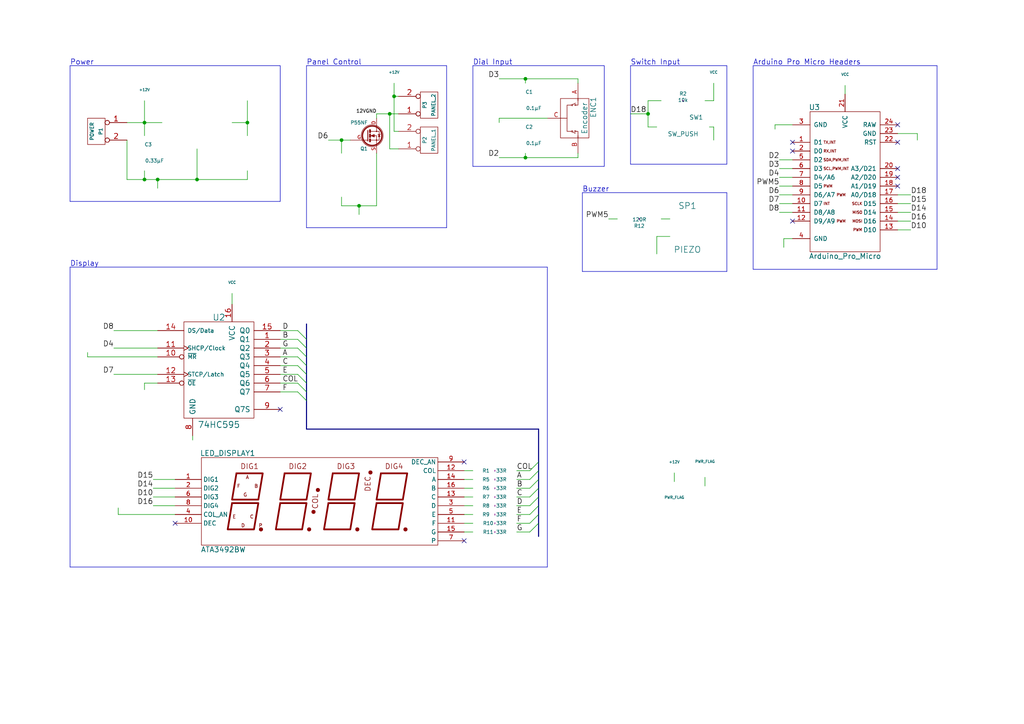
<source format=kicad_sch>
(kicad_sch (version 20230121) (generator eeschema)
  (paper "A4")
  (title_block (title "UV Exposure Box - Controller Board") (date "20 December 2014") (rev "1.1"))
  (lib_symbols
    (symbol "borniers:CONN_2" (pin_names (offset 1.016) hide)
      (property "Reference" "P" (at -1.27 0 90))
      (property "Value" "CONN_2" (at 1.27 0 90))
      (symbol "CONN_2_0_1"
        (rectangle (start -2.54 3.81) (end 2.54 -3.81))
      )
      (symbol "CONN_2_1_1"
        (pin passive inverted (at -8.89 2.54 0) (length 6.35) (name "P1") (number "1"))
        (pin passive inverted (at -8.89 -2.54 0) (length 6.35) (name "P2") (number "2"))
      )
    )
    (symbol "cylindric:74HC595" (pin_names (offset 1.016))
      (property "Reference" "U" (at -8.89 15.24 0))
      (property "Value" "74HC595" (at 0 -15.24 0))
      (property "Datasheet" "74xx/74HC595.pdf" (at 0 0 0))
      (symbol "74HC595_0_1"
        (rectangle (start -10.16 -13.97) (end 10.16 13.97))
      )
      (symbol "74HC595_1_1"
        (pin tri_state line (at 17.78 8.89 180) (length 7.62) (name "Q1") (number "1"))
        (pin input inverted (at -17.78 3.81 0) (length 7.62) (name "~{MR}") (number "10"))
        (pin input clock (at -17.78 6.35 0) (length 7.62) (name "SHCP/Clock") (number "11"))
        (pin input clock (at -17.78 -1.27 0) (length 7.62) (name "STCP/Latch") (number "12"))
        (pin input inverted (at -17.78 -3.81 0) (length 7.62) (name "~{OE}") (number "13"))
        (pin input line (at -17.78 11.43 0) (length 7.62) (name "DS/Data") (number "14"))
        (pin tri_state line (at 17.78 11.43 180) (length 7.62) (name "Q0") (number "15"))
        (pin power_in line (at 3.81 19.05 270) (length 5.0038) (name "VCC") (number "16"))
        (pin tri_state line (at 17.78 6.35 180) (length 7.62) (name "Q2") (number "2"))
        (pin tri_state line (at 17.78 3.81 180) (length 7.62) (name "Q3") (number "3"))
        (pin tri_state line (at 17.78 1.27 180) (length 7.62) (name "Q4") (number "4"))
        (pin tri_state line (at 17.78 -1.27 180) (length 7.62) (name "Q5") (number "5"))
        (pin tri_state line (at 17.78 -3.81 180) (length 7.62) (name "Q6") (number "6"))
        (pin tri_state line (at 17.78 -6.35 180) (length 7.62) (name "Q7") (number "7"))
        (pin power_in line (at -7.62 -19.05 90) (length 5.0038) (name "GND") (number "8"))
        (pin output line (at 17.78 -11.43 180) (length 7.62) (name "Q7S") (number "9"))
      )
    )
    (symbol "cylindric:ATA3492BW"
      (property "Reference" "LED" (at -30.48 13.97 0))
      (property "Value" "ATA3492BW" (at -26.67 -13.97 0))
      (symbol "ATA3492BW_0_0"
        (text "A" (at -19.685 6.985 0) (effects (font (size 0.9906 0.9906))))
        (text "B" (at -17.145 4.445 0) (effects (font (size 0.9906 0.9906))))
        (text "C" (at -18.415 -4.445 0) (effects (font (size 0.9906 0.9906))))
        (text "COL" (at 0 0 900) (effects (font (size 1.524 1.524))))
        (text "D" (at -20.955 -6.985 0) (effects (font (size 0.9906 0.9906))))
        (text "DEC" (at 15.24 5.08 900) (effects (font (size 1.524 1.524))))
        (text "DIG1" (at -19.05 10.16 0) (effects (font (size 1.524 1.524))))
        (text "DIG2" (at -5.08 10.16 0) (effects (font (size 1.524 1.524))))
        (text "DIG3" (at 8.89 10.16 0) (effects (font (size 1.524 1.524))))
        (text "DIG4" (at 22.86 10.16 0) (effects (font (size 1.524 1.524))))
        (text "E" (at -23.495 -4.445 0) (effects (font (size 0.9906 0.9906))))
        (text "F" (at -22.225 4.445 0) (effects (font (size 0.9906 0.9906))))
        (text "G" (at -20.32 1.905 0) (effects (font (size 0.9906 0.9906))))
        (text "P" (at -15.875 -6.985 0) (effects (font (size 0.9906 0.9906))))
      )
      (symbol "ATA3492BW_0_1"
        (rectangle (start -33.02 12.7) (end 35.56 -12.7))
        (circle (center -15.748 -8.128) (radius 0.508) (fill (type outline)))
        (circle (center -1.778 -8.128) (radius 0.508) (fill (type outline)))
        (circle (center -0.508 -3.048) (radius 0.508) (fill (type outline)))
        (polyline (pts (xy -24.13 -0.508) (xy -16.51 -0.508) (xy -17.78 -8.128) (xy -25.4 -8.128) (xy -24.13 -0.508) (xy -24.13 -0.508)) (stroke (width 0.508)))
        (polyline (pts (xy -22.86 8.128) (xy -15.24 8.128) (xy -16.51 0.508) (xy -24.13 0.508) (xy -22.86 8.128) (xy -22.86 8.128)) (stroke (width 0.508)))
        (polyline (pts (xy -10.16 -0.508) (xy -2.54 -0.508) (xy -3.81 -8.128) (xy -11.43 -8.128) (xy -10.16 -0.508) (xy -10.16 -0.508)) (stroke (width 0.508)))
        (polyline (pts (xy -8.89 8.128) (xy -1.27 8.128) (xy -2.54 0.508) (xy -10.16 0.508) (xy -8.89 8.128) (xy -8.89 8.128)) (stroke (width 0.508)))
        (polyline (pts (xy 3.81 -0.508) (xy 11.43 -0.508) (xy 10.16 -8.128) (xy 2.54 -8.128) (xy 3.81 -0.508) (xy 3.81 -0.508)) (stroke (width 0.508)))
        (polyline (pts (xy 5.08 8.128) (xy 12.7 8.128) (xy 11.43 0.508) (xy 3.81 0.508) (xy 5.08 8.128) (xy 5.08 8.128)) (stroke (width 0.508)))
        (polyline (pts (xy 17.78 -0.508) (xy 25.4 -0.508) (xy 24.13 -8.128) (xy 16.51 -8.128) (xy 17.78 -0.508) (xy 17.78 -0.508)) (stroke (width 0.508)))
        (polyline (pts (xy 19.05 8.128) (xy 26.67 8.128) (xy 25.4 0.508) (xy 17.78 0.508) (xy 19.05 8.128) (xy 19.05 8.128)) (stroke (width 0.508)))
        (circle (center 0.762 3.302) (radius 0.508) (fill (type outline)))
        (circle (center 12.192 -8.128) (radius 0.508) (fill (type outline)))
        (circle (center 16.002 8.382) (radius 0.508) (fill (type outline)))
        (circle (center 26.162 -8.128) (radius 0.508) (fill (type outline)))
      )
      (symbol "ATA3492BW_1_1"
        (pin input line (at -40.64 6.35 0) (length 7.62) (name "DIG1") (number "1"))
        (pin input line (at -40.64 -6.35 0) (length 7.62) (name "DEC") (number "10"))
        (pin input line (at 43.18 -6.35 180) (length 7.62) (name "F") (number "11"))
        (pin input line (at 43.18 8.89 180) (length 7.62) (name "COL") (number "12"))
        (pin input line (at 43.18 1.27 180) (length 7.62) (name "C") (number "13"))
        (pin input line (at 43.18 6.35 180) (length 7.62) (name "A") (number "14"))
        (pin input line (at 43.18 -8.89 180) (length 7.62) (name "G") (number "15"))
        (pin input line (at 43.18 3.81 180) (length 7.62) (name "B") (number "16"))
        (pin input line (at -40.64 3.81 0) (length 7.62) (name "DIG2") (number "2"))
        (pin input line (at 43.18 -1.27 180) (length 7.62) (name "D") (number "3"))
        (pin input line (at -40.64 -3.81 0) (length 7.62) (name "COL_AN") (number "4"))
        (pin input line (at 43.18 -3.81 180) (length 7.62) (name "E") (number "5"))
        (pin input line (at -40.64 1.27 0) (length 7.62) (name "DIG3") (number "6"))
        (pin input line (at 43.18 -11.43 180) (length 7.62) (name "P") (number "7"))
        (pin input line (at -40.64 -1.27 0) (length 7.62) (name "DIG4") (number "8"))
        (pin input line (at 43.18 11.43 180) (length 7.62) (name "DEC_AN") (number "9"))
      )
    )
    (symbol "cylindric:Arduino_Pro_Micro" (pin_names (offset 1.016))
      (property "Reference" "U" (at -8.89 21.59 0))
      (property "Value" "Arduino_Pro_Micro" (at 0 -21.59 0))
      (symbol "Arduino_Pro_Micro_0_0"
        (text "INT" (at -6.35 -6.35 0) (effects (font (size 0.7874 0.7874)) (justify left)))
        (text "MISO" (at 5.08 -8.89 0) (effects (font (size 0.7874 0.7874)) (justify right)))
        (text "MOSI" (at 5.08 -11.43 0) (effects (font (size 0.7874 0.7874)) (justify right)))
        (text "PWM" (at -6.35 -1.27 0) (effects (font (size 0.7874 0.7874)) (justify left)))
        (text "PWM" (at -2.54 -11.43 0) (effects (font (size 0.7874 0.7874)) (justify left)))
        (text "PWM" (at -2.54 -3.81 0) (effects (font (size 0.7874 0.7874)) (justify left)))
        (text "PWM" (at 5.0292 -13.9192 0) (effects (font (size 0.7874 0.7874)) (justify right)))
        (text "RX,INT" (at -6.35 8.89 0) (effects (font (size 0.7874 0.7874)) (justify left)))
        (text "SCL,PWM,INT" (at -6.35 3.81 0) (effects (font (size 0.7874 0.7874)) (justify left)))
        (text "SCLK" (at 5.08 -6.35 0) (effects (font (size 0.7874 0.7874)) (justify right)))
        (text "SDA,PWM,INT" (at -6.35 6.35 0) (effects (font (size 0.7874 0.7874)) (justify left)))
        (text "TX,INT" (at -6.35 11.43 0) (effects (font (size 0.7874 0.7874)) (justify left)))
      )
      (symbol "Arduino_Pro_Micro_0_1"
        (rectangle (start -10.16 20.32) (end 10.16 -20.32))
      )
      (symbol "Arduino_Pro_Micro_1_1"
        (pin bidirectional line (at -15.24 11.43 0) (length 5.08) (name "D1") (number "1"))
        (pin bidirectional line (at -15.24 -6.35 0) (length 5.08) (name "D7") (number "10"))
        (pin bidirectional line (at -15.24 -8.89 0) (length 5.08) (name "D8/A8") (number "11"))
        (pin bidirectional line (at -15.24 -11.43 0) (length 5.08) (name "D9/A9") (number "12"))
        (pin bidirectional line (at 15.24 -13.97 180) (length 5.08) (name "D10") (number "13"))
        (pin bidirectional line (at 15.24 -11.43 180) (length 5.08) (name "D16") (number "14"))
        (pin bidirectional line (at 15.24 -8.89 180) (length 5.08) (name "D14") (number "15"))
        (pin bidirectional line (at 15.24 -6.35 180) (length 5.08) (name "D15") (number "16"))
        (pin bidirectional line (at 15.24 -3.81 180) (length 5.08) (name "A0/D18") (number "17"))
        (pin bidirectional line (at 15.24 -1.27 180) (length 5.08) (name "A1/D19") (number "18"))
        (pin bidirectional line (at 15.24 1.27 180) (length 5.08) (name "A2/D20") (number "19"))
        (pin bidirectional line (at -15.24 8.89 0) (length 5.08) (name "D0") (number "2"))
        (pin bidirectional line (at 15.24 3.81 180) (length 5.08) (name "A3/D21") (number "20"))
        (pin power_in line (at 0 25.4 270) (length 5.08) (name "VCC") (number "21"))
        (pin input line (at 15.24 11.43 180) (length 5.08) (name "RST") (number "22"))
        (pin power_in line (at 15.24 13.97 180) (length 5.08) (name "GND") (number "23"))
        (pin power_in line (at 15.24 16.51 180) (length 5.08) (name "RAW") (number "24"))
        (pin power_in line (at -15.24 16.51 0) (length 5.08) (name "GND") (number "3"))
        (pin power_in line (at -15.24 -16.51 0) (length 5.08) (name "GND") (number "4"))
        (pin bidirectional line (at -15.24 6.35 0) (length 5.08) (name "D2") (number "5"))
        (pin bidirectional line (at -15.24 3.81 0) (length 5.08) (name "D3") (number "6"))
        (pin bidirectional line (at -15.24 1.27 0) (length 5.08) (name "D4/A6") (number "7"))
        (pin bidirectional line (at -15.24 -1.27 0) (length 5.08) (name "D5") (number "8"))
        (pin bidirectional line (at -15.24 -3.81 0) (length 5.08) (name "D6/A7") (number "9"))
      )
    )
    (symbol "cylindric:Encoder" (pin_names (offset 1.016))
      (property "Reference" "ENC" (at -3.175 5.715 0))
      (property "Value" "Encoder" (at 0 3.175 0))
      (symbol "Encoder_0_1"
        (rectangle (start -5.715 4.445) (end 5.715 -3.81))
        (circle (center -3.8354 0.4826) (radius 0.1778))
        (circle (center -3.81 -0.4318) (radius 0.2032))
        (polyline (pts (xy -3.9624 -0.2794) (xy -4.3942 0.5334)))
        (polyline (pts (xy 3.9624 -0.3048) (xy 4.4196 0.508)))
        (polyline (pts (xy -3.81 0.635) (xy -3.81 1.27) (xy -5.715 1.27)))
        (polyline (pts (xy 0 -1.905) (xy -3.81 -1.905) (xy -3.81 -0.635)))
        (polyline (pts (xy 3.81 0.635) (xy 3.81 1.27) (xy 5.715 1.27)))
        (polyline (pts (xy 0 -3.81) (xy 0 -1.905) (xy 3.81 -1.905) (xy 3.81 -0.635)))
        (circle (center 3.7846 0.4572) (radius 0.2032))
        (circle (center 3.81 -0.4318) (radius 0.2032))
      )
      (symbol "Encoder_1_1"
        (pin passive line (at -10.16 1.27 0) (length 5.08) (name "~") (number "A"))
        (pin passive line (at 10.16 1.27 180) (length 5.08) (name "~") (number "B"))
        (pin passive line (at 0 -7.62 90) (length 5.08) (name "~") (number "C"))
      )
    )
    (symbol "cylindric:STB55NF" (pin_names (offset 0))
      (property "Reference" "Q" (at 0 -3.7592 0))
      (property "Value" "STB55NF" (at 0 3.81 0))
      (property "Footprint" "TO220" (at -2.54 2.54 0))
      (property "Datasheet" "http://www.datasheetarchive.com/dl/Datasheet-039/DSA0087457.pdf" (at 0 0 0))
      (symbol "STB55NF_0_1"
        (polyline (pts (xy 0.635 -1.016) (xy 0.635 -1.651)) (stroke (width 0.508)))
        (polyline (pts (xy 0.635 0.381) (xy 0.635 -0.381)) (stroke (width 0.508)))
        (polyline (pts (xy 0.635 1.651) (xy 0.635 1.016)) (stroke (width 0.508)))
        (polyline (pts (xy 3.048 0.381) (xy 2.921 0.254)))
        (polyline (pts (xy 3.048 0.381) (xy 3.556 0.381)))
        (polyline (pts (xy 3.556 0.381) (xy 3.683 0.508)))
        (polyline (pts (xy 0 1.524) (xy 0 -1.524) (xy 0 -1.524)) (stroke (width 0.254)))
        (polyline (pts (xy 0.762 -1.27) (xy 2.54 -1.27) (xy 2.54 -2.54) (xy 2.54 -2.54)))
        (polyline (pts (xy 0.762 1.27) (xy 2.54 1.27) (xy 2.54 2.54) (xy 2.54 2.54)))
        (polyline (pts (xy 2.54 1.27) (xy 3.302 1.27) (xy 3.302 -1.27) (xy 2.54 -1.27)))
        (polyline (pts (xy 3.302 0.381) (xy 3.048 -0.254) (xy 3.556 -0.254) (xy 3.302 0.381)) (fill (type outline)))
        (polyline (pts (xy 0.762 0) (xy 1.27 0) (xy 2.54 0) (xy 2.54 -1.27) (xy 2.54 -1.27)))
        (polyline (pts (xy 0.889 0) (xy 1.905 0.381) (xy 1.905 -0.381) (xy 0.889 0) (xy 1.016 0) (xy 1.016 0)) (fill (type outline)))
        (circle (center 1.27 0) (radius 2.8194) (stroke (width 0.3556)))
        (circle (center 1.27 0) (radius 3.175))
        (circle (center 2.54 -1.27) (radius 0.127))
        (circle (center 2.54 1.27) (radius 0.127))
      )
      (symbol "STB55NF_1_1"
        (pin passive line (at 2.54 5.08 270) (length 2.54) (name "~") (number "D"))
        (pin input line (at -5.08 -1.27 0) (length 5.08) (name "~") (number "G"))
        (pin passive line (at 2.54 -5.08 90) (length 2.54) (name "~") (number "S"))
      )
    )
  )
  (junction (at 104.14 59.69))
  (junction (at 114.3 27.94))
  (junction (at 113.03 33.02))
  (junction (at 45.72 52.07))
  (junction (at 41.91 35.56))
  (junction (at 71.755 35.56))
  (junction (at 99.06 40.64))
  (junction (at 152.4 45.72))
  (junction (at 57.15 52.07))
  (junction (at 41.91 52.07))
  (junction (at 187.96 33.02))
  (junction (at 152.4 22.86))
  (no_connect (at 260.35 36.195))
  (no_connect (at 260.35 53.975))
  (no_connect (at 50.8 151.765))
  (no_connect (at 229.87 64.135))
  (no_connect (at 260.35 48.895))
  (no_connect (at 81.28 118.745))
  (no_connect (at 134.62 156.845))
  (no_connect (at 229.87 43.815))
  (no_connect (at 134.62 133.985))
  (no_connect (at 260.35 51.435))
  (no_connect (at 260.35 41.275))
  (no_connect (at 229.87 41.275))
  (bus_entry (at 86.36 98.425) (size 2.54 2.54))
  (bus_entry (at 153.67 139.065) (size 2.54 -2.54))
  (bus_entry (at 153.67 151.765) (size 2.54 -2.54))
  (bus_entry (at 86.36 103.505) (size 2.54 2.54))
  (bus_entry (at 86.36 106.045) (size 2.54 2.54))
  (bus_entry (at 153.67 144.145) (size 2.54 -2.54))
  (bus_entry (at 86.36 95.885) (size 2.54 2.54))
  (bus_entry (at 86.36 111.125) (size 2.54 2.54))
  (bus_entry (at 86.36 108.585) (size 2.54 2.54))
  (bus_entry (at 153.67 154.305) (size 2.54 -2.54))
  (bus_entry (at 153.67 146.685) (size 2.54 -2.54))
  (bus_entry (at 86.36 100.965) (size 2.54 2.54))
  (bus_entry (at 153.67 149.225) (size 2.54 -2.54))
  (bus_entry (at 153.67 136.525) (size 2.54 -2.54))
  (bus_entry (at 153.67 141.605) (size 2.54 -2.54))
  (bus_entry (at 86.36 113.665) (size 2.54 2.54))
  (wire (pts (xy 45.72 103.505) (xy 25.4 103.505)))
  (wire (pts (xy 266.065 38.735) (xy 266.065 40.64)))
  (wire (pts (xy 187.96 29.21) (xy 187.96 33.02)))
  (polyline (pts (xy 158.75 77.47) (xy 158.75 164.465)))
  (polyline (pts (xy 81.28 58.42) (xy 81.28 19.05)))
  (wire (pts (xy 167.64 22.86) (xy 167.64 24.13)))
  (wire (pts (xy 113.03 33.02) (xy 115.57 33.02)))
  (wire (pts (xy 149.86 136.525) (xy 153.67 136.525)))
  (bus (pts (xy 88.9 93.98) (xy 88.9 98.425)))
  (bus (pts (xy 88.9 100.965) (xy 88.9 103.505)))
  (wire (pts (xy 67.31 88.265) (xy 67.31 85.09)))
  (polyline (pts (xy 168.91 78.74) (xy 210.82 78.74)))
  (wire (pts (xy 81.28 111.125) (xy 86.36 111.125)))
  (bus (pts (xy 156.21 151.765) (xy 156.21 155.575)))
  (wire (pts (xy 81.28 103.505) (xy 86.36 103.505)))
  (wire (pts (xy 45.72 52.07) (xy 45.72 54.61)))
  (wire (pts (xy 81.28 113.665) (xy 86.36 113.665)))
  (wire (pts (xy 260.35 56.515) (xy 264.16 56.515)))
  (wire (pts (xy 226.06 61.595) (xy 229.87 61.595)))
  (polyline (pts (xy 81.28 19.05) (xy 20.32 19.05)))
  (wire (pts (xy 44.45 144.145) (xy 50.8 144.145)))
  (wire (pts (xy 229.87 36.195) (xy 224.79 36.195)))
  (polyline (pts (xy 210.82 19.05) (xy 210.82 47.625)))
  (wire (pts (xy 113.03 43.18) (xy 113.03 33.02)))
  (wire (pts (xy 204.47 138.43) (xy 204.47 140.97)))
  (wire (pts (xy 45.72 95.885) (xy 33.02 95.885)))
  (wire (pts (xy 134.62 136.525) (xy 137.16 136.525)))
  (polyline (pts (xy 175.26 48.26) (xy 137.16 48.26)))
  (wire (pts (xy 55.88 126.365) (xy 55.88 127.635)))
  (wire (pts (xy 41.91 111.125) (xy 45.72 111.125)))
  (bus (pts (xy 156.21 146.685) (xy 156.21 149.225)))
  (wire (pts (xy 41.91 52.07) (xy 41.91 49.53)))
  (wire (pts (xy 195.58 137.16) (xy 195.58 139.7)))
  (wire (pts (xy 81.28 98.425) (xy 86.36 98.425)))
  (wire (pts (xy 179.07 63.5) (xy 176.53 63.5)))
  (wire (pts (xy 34.29 149.225) (xy 34.29 147.32)))
  (polyline (pts (xy 210.82 47.625) (xy 182.88 47.625)))
  (polyline (pts (xy 271.78 19.05) (xy 271.78 78.105)))
  (wire (pts (xy 229.87 69.215) (xy 227.33 69.215)))
  (wire (pts (xy 99.06 57.15) (xy 99.06 59.69)))
  (polyline (pts (xy 129.54 66.04) (xy 129.54 19.05)))
  (wire (pts (xy 36.83 35.56) (xy 41.91 35.56)))
  (bus (pts (xy 156.21 139.065) (xy 156.21 141.605)))
  (wire (pts (xy 81.28 100.965) (xy 86.36 100.965)))
  (bus (pts (xy 88.9 108.585) (xy 88.9 111.125)))
  (polyline (pts (xy 20.32 19.05) (xy 20.32 58.42)))
  (wire (pts (xy 104.14 59.69) (xy 104.14 62.23)))
  (wire (pts (xy 134.62 149.225) (xy 137.16 149.225)))
  (wire (pts (xy 149.86 144.145) (xy 153.67 144.145)))
  (wire (pts (xy 137.16 146.685) (xy 134.62 146.685)))
  (bus (pts (xy 88.9 106.045) (xy 88.9 108.585)))
  (wire (pts (xy 207.01 29.21) (xy 207.01 24.13)))
  (polyline (pts (xy 137.16 48.26) (xy 137.16 19.05)))
  (wire (pts (xy 245.11 27.305) (xy 245.11 24.765)))
  (polyline (pts (xy 218.44 19.05) (xy 271.78 19.05)))
  (wire (pts (xy 33.02 108.585) (xy 45.72 108.585)))
  (wire (pts (xy 34.29 149.225) (xy 50.8 149.225)))
  (wire (pts (xy 109.22 33.02) (xy 113.03 33.02)))
  (wire (pts (xy 137.16 151.765) (xy 134.62 151.765)))
  (wire (pts (xy 167.64 45.72) (xy 167.64 44.45)))
  (wire (pts (xy 264.16 61.595) (xy 260.35 61.595)))
  (wire (pts (xy 149.86 139.065) (xy 153.67 139.065)))
  (bus (pts (xy 156.21 144.145) (xy 156.21 146.685)))
  (wire (pts (xy 45.72 52.07) (xy 57.15 52.07)))
  (wire (pts (xy 152.4 22.86) (xy 167.64 22.86)))
  (wire (pts (xy 190.5 68.58) (xy 190.5 73.66)))
  (wire (pts (xy 137.16 141.605) (xy 134.62 141.605)))
  (wire (pts (xy 67.31 35.56) (xy 71.755 35.56)))
  (wire (pts (xy 229.87 59.055) (xy 226.06 59.055)))
  (wire (pts (xy 44.45 146.685) (xy 50.8 146.685)))
  (wire (pts (xy 187.96 36.83) (xy 190.5 36.83)))
  (polyline (pts (xy 20.32 164.465) (xy 20.32 77.47)))
  (polyline (pts (xy 20.32 77.47) (xy 158.75 77.47)))
  (wire (pts (xy 114.3 27.94) (xy 115.57 27.94)))
  (bus (pts (xy 88.9 116.205) (xy 88.9 124.46)))
  (wire (pts (xy 264.16 59.055) (xy 260.35 59.055)))
  (polyline (pts (xy 88.9 19.05) (xy 88.9 66.04)))
  (wire (pts (xy 71.755 35.56) (xy 71.755 39.37)))
  (wire (pts (xy 187.96 33.02) (xy 187.96 36.83)))
  (wire (pts (xy 149.86 149.225) (xy 153.67 149.225)))
  (wire (pts (xy 187.96 29.21) (xy 191.77 29.21)))
  (polyline (pts (xy 175.26 19.05) (xy 175.26 48.26)))
  (wire (pts (xy 137.16 144.145) (xy 134.62 144.145)))
  (polyline (pts (xy 182.88 47.625) (xy 182.88 19.05)))
  (polyline (pts (xy 271.78 78.105) (xy 218.44 78.105)))
  (wire (pts (xy 44.45 141.605) (xy 50.8 141.605)))
  (wire (pts (xy 152.4 24.13) (xy 152.4 22.86)))
  (wire (pts (xy 205.74 36.83) (xy 207.01 36.83)))
  (polyline (pts (xy 210.82 78.74) (xy 210.82 55.88)))
  (wire (pts (xy 95.25 40.64) (xy 99.06 40.64)))
  (wire (pts (xy 144.78 34.29) (xy 144.78 35.56)))
  (wire (pts (xy 81.28 108.585) (xy 86.36 108.585)))
  (wire (pts (xy 144.78 34.29) (xy 158.75 34.29)))
  (bus (pts (xy 88.9 111.125) (xy 88.9 113.665)))
  (wire (pts (xy 99.06 40.64) (xy 101.6 40.64)))
  (wire (pts (xy 187.96 33.02) (xy 182.88 33.02)))
  (wire (pts (xy 226.06 51.435) (xy 229.87 51.435)))
  (wire (pts (xy 229.87 53.975) (xy 226.06 53.975)))
  (wire (pts (xy 99.06 59.69) (xy 104.14 59.69)))
  (wire (pts (xy 149.86 151.765) (xy 153.67 151.765)))
  (polyline (pts (xy 210.82 55.88) (xy 168.91 55.88)))
  (wire (pts (xy 57.15 52.07) (xy 71.755 52.07)))
  (bus (pts (xy 156.21 133.985) (xy 156.21 136.525)))
  (wire (pts (xy 104.14 59.69) (xy 109.22 59.69)))
  (wire (pts (xy 144.78 45.72) (xy 152.4 45.72)))
  (wire (pts (xy 99.06 44.45) (xy 99.06 40.64)))
  (wire (pts (xy 114.3 27.94) (xy 114.3 38.1)))
  (polyline (pts (xy 218.44 78.105) (xy 218.44 19.05)))
  (wire (pts (xy 44.45 139.065) (xy 50.8 139.065)))
  (wire (pts (xy 137.16 154.305) (xy 134.62 154.305)))
  (wire (pts (xy 194.31 68.58) (xy 190.5 68.58)))
  (wire (pts (xy 109.22 59.69) (xy 109.22 44.45)))
  (wire (pts (xy 36.83 52.07) (xy 41.91 52.07)))
  (wire (pts (xy 224.79 36.195) (xy 224.79 37.465)))
  (wire (pts (xy 149.86 154.305) (xy 153.67 154.305)))
  (polyline (pts (xy 158.75 164.465) (xy 20.32 164.465)))
  (polyline (pts (xy 20.32 58.42) (xy 81.28 58.42)))
  (wire (pts (xy 226.06 48.895) (xy 229.87 48.895)))
  (wire (pts (xy 149.86 146.685) (xy 153.67 146.685)))
  (wire (pts (xy 227.33 69.215) (xy 227.33 71.755)))
  (wire (pts (xy 137.16 139.065) (xy 134.62 139.065)))
  (wire (pts (xy 113.03 43.18) (xy 115.57 43.18)))
  (wire (pts (xy 204.47 29.21) (xy 207.01 29.21)))
  (wire (pts (xy 114.3 24.13) (xy 114.3 27.94)))
  (polyline (pts (xy 137.16 19.05) (xy 175.26 19.05)))
  (bus (pts (xy 88.9 103.505) (xy 88.9 106.045)))
  (wire (pts (xy 260.35 66.675) (xy 264.16 66.675)))
  (wire (pts (xy 81.28 95.885) (xy 86.36 95.885)))
  (polyline (pts (xy 168.91 55.88) (xy 168.91 78.74)))
  (wire (pts (xy 191.77 63.5) (xy 194.31 63.5)))
  (polyline (pts (xy 88.9 66.04) (xy 129.54 66.04)))
  (wire (pts (xy 207.01 36.83) (xy 207.01 40.64)))
  (bus (pts (xy 156.21 136.525) (xy 156.21 139.065)))
  (wire (pts (xy 71.755 52.07) (xy 71.755 49.53)))
  (wire (pts (xy 226.06 56.515) (xy 229.87 56.515)))
  (wire (pts (xy 144.78 22.86) (xy 152.4 22.86)))
  (wire (pts (xy 41.91 52.07) (xy 45.72 52.07)))
  (wire (pts (xy 229.87 46.355) (xy 226.06 46.355)))
  (wire (pts (xy 41.91 111.125) (xy 41.91 113.03)))
  (wire (pts (xy 33.02 100.965) (xy 45.72 100.965)))
  (wire (pts (xy 81.28 106.045) (xy 86.36 106.045)))
  (bus (pts (xy 88.9 98.425) (xy 88.9 100.965)))
  (wire (pts (xy 109.22 34.29) (xy 109.22 33.02)))
  (wire (pts (xy 149.86 141.605) (xy 153.67 141.605)))
  (bus (pts (xy 156.21 149.225) (xy 156.21 151.765)))
  (bus (pts (xy 156.21 141.605) (xy 156.21 144.145)))
  (wire (pts (xy 25.4 103.505) (xy 25.4 102.235)))
  (wire (pts (xy 41.91 29.21) (xy 41.91 35.56)))
  (wire (pts (xy 260.35 38.735) (xy 266.065 38.735)))
  (bus (pts (xy 156.21 124.46) (xy 156.21 133.985)))
  (polyline (pts (xy 129.54 19.05) (xy 88.9 19.05)))
  (wire (pts (xy 152.4 45.72) (xy 167.64 45.72)))
  (wire (pts (xy 41.91 35.56) (xy 46.99 35.56)))
  (polyline (pts (xy 182.88 19.05) (xy 210.82 19.05)))
  (wire (pts (xy 264.16 64.135) (xy 260.35 64.135)))
  (wire (pts (xy 114.3 38.1) (xy 115.57 38.1)))
  (wire (pts (xy 41.91 35.56) (xy 41.91 39.37)))
  (wire (pts (xy 57.15 52.07) (xy 57.15 43.18)))
  (bus (pts (xy 88.9 124.46) (xy 156.21 124.46)))
  (wire (pts (xy 152.4 44.45) (xy 152.4 45.72)))
  (bus (pts (xy 88.9 113.665) (xy 88.9 116.205)))
  (wire (pts (xy 36.83 40.64) (xy 36.83 52.07)))
  (wire (pts (xy 71.755 29.21) (xy 71.755 35.56)))
  (text "Arduino Pro Micro Headers" (at 218.44 19.05 0) (effects (font (size 1.524 1.524)) (justify left bottom)))
  (text "Display" (at 20.32 77.47 0) (effects (font (size 1.524 1.524)) (justify left bottom)))
  (text "Panel Control" (at 88.9 19.05 0) (effects (font (size 1.524 1.524)) (justify left bottom)))
  (text "Buzzer" (at 168.91 55.88 0) (effects (font (size 1.524 1.524)) (justify left bottom)))
  (text "Switch Input" (at 182.88 19.05 0) (effects (font (size 1.524 1.524)) (justify left bottom)))
  (text "Dial Input" (at 137.16 19.05 0) (effects (font (size 1.524 1.524)) (justify left bottom)))
  (text "Power" (at 20.32 19.05 0) (effects (font (size 1.524 1.524)) (justify left bottom)))
  (label "COL" (at 81.915 111.125 0) (effects (font (size 1.524 1.524))))
  (label "D18" (at 264.16 56.515 0) (effects (font (size 1.524 1.524))))
  (label "D18" (at 182.88 33.02 0) (effects (font (size 1.524 1.524))))
  (label "F" (at 149.86 151.765 0) (effects (font (size 1.524 1.524))))
  (label "D6" (at 95.25 40.64 180) (effects (font (size 1.524 1.524))))
  (label "D16" (at 264.16 64.135 0) (effects (font (size 1.524 1.524))))
  (label "D4" (at 33.02 100.965 180) (effects (font (size 1.524 1.524))))
  (label "D15" (at 44.45 139.065 180) (effects (font (size 1.524 1.524))))
  (label "E" (at 149.86 149.225 0) (effects (font (size 1.524 1.524))))
  (label "D14" (at 44.45 141.605 180) (effects (font (size 1.524 1.524))))
  (label "COL" (at 149.86 136.525 0) (effects (font (size 1.524 1.524))))
  (label "G" (at 81.915 100.965 0) (effects (font (size 1.524 1.524))))
  (label "12VGND" (at 109.22 33.02 180) (effects (font (size 0.9906 0.9906))))
  (label "D10" (at 44.45 144.145 180) (effects (font (size 1.524 1.524))))
  (label "PWM5" (at 226.06 53.975 180) (effects (font (size 1.524 1.524))))
  (label "D" (at 81.915 95.885 0) (effects (font (size 1.524 1.524))))
  (label "D3" (at 226.06 48.895 180) (effects (font (size 1.524 1.524))))
  (label "G" (at 149.86 154.305 0) (effects (font (size 1.524 1.524))))
  (label "D8" (at 33.02 95.885 180) (effects (font (size 1.524 1.524))))
  (label "D10" (at 264.16 66.675 0) (effects (font (size 1.524 1.524))))
  (label "D14" (at 264.16 61.595 0) (effects (font (size 1.524 1.524))))
  (label "D6" (at 226.06 56.515 180) (effects (font (size 1.524 1.524))))
  (label "D8" (at 226.06 61.595 180) (effects (font (size 1.524 1.524))))
  (label "A" (at 149.86 139.065 0) (effects (font (size 1.524 1.524))))
  (label "D3" (at 144.78 22.86 180) (effects (font (size 1.524 1.524))))
  (label "C" (at 81.915 106.045 0) (effects (font (size 1.524 1.524))))
  (label "D16" (at 44.45 146.685 180) (effects (font (size 1.524 1.524))))
  (label "A" (at 81.915 103.505 0) (effects (font (size 1.524 1.524))))
  (label "D2" (at 226.06 46.355 180) (effects (font (size 1.524 1.524))))
  (label "D4" (at 226.06 51.435 180) (effects (font (size 1.524 1.524))))
  (label "E" (at 81.915 108.585 0) (effects (font (size 1.524 1.524))))
  (label "C" (at 149.86 144.145 0) (effects (font (size 1.524 1.524))))
  (label "F" (at 81.915 113.665 0) (effects (font (size 1.524 1.524))))
  (label "D7" (at 226.06 59.055 180) (effects (font (size 1.524 1.524))))
  (label "B" (at 149.86 141.605 0) (effects (font (size 1.524 1.524))))
  (label "D" (at 149.86 146.685 0) (effects (font (size 1.524 1.524))))
  (label "PWM5" (at 176.53 63.5 180) (effects (font (size 1.524 1.524))))
  (label "D2" (at 144.78 45.72 180) (effects (font (size 1.524 1.524))))
  (label "D7" (at 33.02 108.585 180) (effects (font (size 1.524 1.524))))
  (label "D15" (at 264.16 59.055 0) (effects (font (size 1.524 1.524))))
  (label "B" (at 81.915 98.425 0) (effects (font (size 1.524 1.524))))
  (symbol (lib_id "borniers:CONN_2") (at 124.46 30.48 0) (mirror x) (unit 1)
    (property "Reference" "P3" (at 123.19 30.48 90) (effects (font (size 1.016 1.016))))
    (property "Value" "PANEL_2" (at 125.73 30.48 90) (effects (font (size 1.016 1.016))))
    (property "Footprint" "Pin_Headers:Pin_Header_Angled_1x02" (effects hide))
  )
  (symbol (lib_id "GND") (at 104.14 62.23 0) (unit 1)
    (property "Reference" "#PWR01" (effects hide))
    (property "Value" "GND" (effects hide))
  )
  (symbol (lib_id "+12V") (at 114.3 24.13 0) (unit 1)
    (property "Reference" "#PWR02" (effects hide))
    (property "Value" "+12V" (at 114.3 20.955 0) (effects (font (size 0.762 0.762))))
  )
  (symbol (lib_id "borniers:CONN_2") (at 124.46 40.64 0) (mirror x) (unit 1)
    (property "Reference" "P2" (at 123.19 40.64 90) (effects (font (size 1.016 1.016))))
    (property "Value" "PANEL_1" (at 125.73 40.64 90) (effects (font (size 1.016 1.016))))
    (property "Footprint" "Pin_Headers:Pin_Header_Angled_1x02" (effects hide))
  )
  (symbol (lib_id "R") (at 99.06 50.8 180) (unit 1)
    (property "Reference" "R4" (at 97.028 50.8 90) (effects (font (size 1.016 1.016))))
    (property "Value" "10k" (at 98.8822 50.8254 90) (effects (font (size 1.016 1.016))))
    (property "Footprint" "Discret:R3" (effects hide))
    (property "Datasheet" "~" (at 99.06 50.8 0) (effects (font (size 0.762 0.762))))
  )
  (symbol (lib_id "GND") (at 144.78 35.56 0) (unit 1)
    (property "Reference" "#PWR03" (effects hide))
    (property "Value" "GND" (effects hide))
  )
  (symbol (lib_id "borniers:CONN_2") (at 27.94 38.1 0) (mirror y) (unit 1)
    (property "Reference" "P1" (at 29.21 38.1 90) (effects (font (size 1.016 1.016))))
    (property "Value" "POWER" (at 26.67 38.1 90) (effects (font (size 1.016 1.016))))
    (property "Footprint" "Pin_Headers:Pin_Header_Angled_1x02" (effects hide))
  )
  (symbol (lib_id "+12V") (at 41.91 29.21 0) (unit 1)
    (property "Reference" "#PWR04" (effects hide))
    (property "Value" "+12V" (at 41.91 26.035 0) (effects (font (size 0.762 0.762))))
  )
  (symbol (lib_id "PWR_FLAG") (at 204.47 138.43 0) (unit 1)
    (property "Reference" "#FLG05" (effects hide))
    (property "Value" "PWR_FLAG" (at 204.47 133.858 0) (effects (font (size 0.762 0.762))))
  )
  (symbol (lib_id "GND") (at 45.72 54.61 0) (unit 1)
    (property "Reference" "#PWR06" (effects hide))
    (property "Value" "GND" (effects hide))
  )
  (symbol (lib_id "PWR_FLAG") (at 195.58 139.7 180) (unit 1)
    (property "Reference" "#FLG07" (effects hide))
    (property "Value" "PWR_FLAG" (at 195.58 144.272 0) (effects (font (size 0.762 0.762))))
  )
  (symbol (lib_id "C") (at 152.4 39.37 0) (unit 1)
    (property "Reference" "C2" (at 152.4 36.83 0) (effects (font (size 1.016 1.016)) (justify left)))
    (property "Value" "0.1µF" (at 152.5524 41.529 0) (effects (font (size 1.016 1.016)) (justify left)))
    (property "Footprint" "Capacitors_ThroughHole:Capacitor4x3RM2.5" (effects hide))
  )
  (symbol (lib_id "C") (at 152.4 29.21 0) (unit 1)
    (property "Reference" "C1" (at 152.4 26.67 0) (effects (font (size 1.016 1.016)) (justify left)))
    (property "Value" "0.1µF" (at 152.5524 31.369 0) (effects (font (size 1.016 1.016)) (justify left)))
    (property "Footprint" "Capacitors_ThroughHole:Capacitor4x3RM2.5" (effects hide))
  )
  (symbol (lib_id "cylindric:74HC595") (at 63.5 107.315 0) (unit 1)
    (property "Reference" "U2" (at 63.5 92.075 0) (effects (font (size 1.778 1.778))))
    (property "Value" "74HC595" (at 63.5 123.19 0) (effects (font (size 1.778 1.778))))
    (property "Footprint" "Sockets_DIP:DIP-16__300" (effects hide))
  )
  (symbol (lib_id "GND") (at 41.91 113.03 0) (unit 1)
    (property "Reference" "#PWR021" (effects hide))
    (property "Value" "GND" (effects hide))
  )
  (symbol (lib_id "VCC") (at 25.4 102.235 0) (unit 1)
    (property "Reference" "#PWR08" (effects hide))
    (property "Value" "VCC" (at 25.4 99.06 0) (effects (font (size 0.762 0.762))))
  )
  (symbol (lib_id "R") (at 143.51 146.685 270) (unit 1)
    (property "Reference" "R8" (at 140.97 146.685 90) (effects (font (size 1.016 1.016))))
    (property "Value" "33R" (at 145.415 146.685 90) (effects (font (size 1.016 1.016))))
    (property "Footprint" "Discret:R3" (effects hide))
    (property "Datasheet" "~" (at 143.51 146.685 0) (effects (font (size 0.762 0.762))))
  )
  (symbol (lib_id "R") (at 143.51 149.225 270) (unit 1)
    (property "Reference" "R9" (at 140.97 149.225 90) (effects (font (size 1.016 1.016))))
    (property "Value" "33R" (at 145.415 149.225 90) (effects (font (size 1.016 1.016))))
    (property "Footprint" "Discret:R3" (effects hide))
    (property "Datasheet" "~" (at 143.51 149.225 0) (effects (font (size 0.762 0.762))))
  )
  (symbol (lib_id "GND") (at 207.01 40.64 0) (unit 1)
    (property "Reference" "#PWR015" (effects hide))
    (property "Value" "GND" (effects hide))
  )
  (symbol (lib_id "R") (at 143.51 141.605 270) (unit 1)
    (property "Reference" "R6" (at 140.97 141.605 90) (effects (font (size 1.016 1.016))))
    (property "Value" "33R" (at 145.415 141.605 90) (effects (font (size 1.016 1.016))))
    (property "Footprint" "Discret:R3" (effects hide))
    (property "Datasheet" "~" (at 143.51 141.605 0) (effects (font (size 0.762 0.762))))
  )
  (symbol (lib_id "R") (at 143.51 144.145 270) (unit 1)
    (property "Reference" "R7" (at 140.97 144.145 90) (effects (font (size 1.016 1.016))))
    (property "Value" "33R" (at 145.415 144.145 90) (effects (font (size 1.016 1.016))))
    (property "Footprint" "Discret:R3" (effects hide))
    (property "Datasheet" "~" (at 143.51 144.145 0) (effects (font (size 0.762 0.762))))
  )
  (symbol (lib_id "R") (at 143.51 151.765 270) (unit 1)
    (property "Reference" "R10" (at 141.605 151.765 90) (effects (font (size 1.016 1.016))))
    (property "Value" "33R" (at 145.415 151.765 90) (effects (font (size 1.016 1.016))))
    (property "Footprint" "Discret:R3" (effects hide))
    (property "Datasheet" "~" (at 143.51 151.765 0) (effects (font (size 0.762 0.762))))
  )
  (symbol (lib_id "R") (at 143.51 154.305 270) (unit 1)
    (property "Reference" "R11" (at 141.605 154.305 90) (effects (font (size 1.016 1.016))))
    (property "Value" "33R" (at 145.415 154.305 90) (effects (font (size 1.016 1.016))))
    (property "Footprint" "Discret:R3" (effects hide))
    (property "Datasheet" "~" (at 143.51 154.305 0) (effects (font (size 0.762 0.762))))
  )
  (symbol (lib_id "R") (at 143.51 139.065 270) (unit 1)
    (property "Reference" "R5" (at 140.97 139.065 90) (effects (font (size 1.016 1.016))))
    (property "Value" "33R" (at 145.415 139.065 90) (effects (font (size 1.016 1.016))))
    (property "Footprint" "Discret:R3" (effects hide))
    (property "Datasheet" "~" (at 143.51 139.065 0) (effects (font (size 0.762 0.762))))
  )
  (symbol (lib_id "R") (at 143.51 136.525 270) (unit 1)
    (property "Reference" "R1" (at 140.97 136.525 90) (effects (font (size 1.016 1.016))))
    (property "Value" "33R" (at 145.415 136.525 90) (effects (font (size 1.016 1.016))))
    (property "Footprint" "Discret:R3" (effects hide))
    (property "Datasheet" "~" (at 143.51 136.525 0) (effects (font (size 0.762 0.762))))
  )
  (symbol (lib_id "cylindric:Arduino_Pro_Micro") (at 245.11 52.705 0) (unit 1)
    (property "Reference" "U3" (at 236.22 31.115 0) (effects (font (size 1.524 1.524))))
    (property "Value" "Arduino_Pro_Micro" (at 245.11 74.295 0) (effects (font (size 1.524 1.524))))
    (property "Footprint" "Cylindric:ArduinoProMicro" (effects hide))
  )
  (symbol (lib_id "VCC") (at 71.755 29.21 0) (unit 1)
    (property "Reference" "#PWR09" (effects hide))
    (property "Value" "VCC" (at 71.755 26.035 0) (effects (font (size 0.762 0.762))))
  )
  (symbol (lib_id "cylindric:ATA3492BW") (at 91.44 145.415 0) (unit 1)
    (property "Reference" "LED_DISPLAY1" (at 66.04 131.445 0) (effects (font (size 1.524 1.524))))
    (property "Value" "ATA3492BW" (at 64.77 159.385 0) (effects (font (size 1.524 1.524))))
    (property "Footprint" "Cylindric:4_Digit-7_Segment_LED-ATA3492BW" (effects hide))
  )
  (symbol (lib_id "VCC") (at 34.29 147.32 0) (unit 1)
    (property "Reference" "#PWR010" (effects hide))
    (property "Value" "VCC" (at 34.29 144.145 0) (effects (font (size 0.762 0.762))))
  )
  (symbol (lib_id "cylindric:Encoder") (at 166.37 34.29 270) (unit 1)
    (property "Reference" "ENC1" (at 172.085 31.115 0) (effects (font (size 1.524 1.524))))
    (property "Value" "Encoder" (at 169.545 34.29 0) (effects (font (size 1.524 1.524))))
    (property "Footprint" "Cylindric:ALPS_Encoder-EC12E2420404" (effects hide))
  )
  (symbol (lib_id "SW_PUSH") (at 198.12 36.83 0) (unit 1)
    (property "Reference" "SW1" (at 201.93 34.036 0))
    (property "Value" "SW_PUSH" (at 198.12 38.862 0))
    (property "Footprint" "Discret:SW_PUSH-12mm" (effects hide))
  )
  (symbol (lib_id "+12V") (at 195.58 137.16 0) (unit 1)
    (property "Reference" "#PWR011" (effects hide))
    (property "Value" "+12V" (at 195.58 133.985 0) (effects (font (size 0.762 0.762))))
  )
  (symbol (lib_id "GND") (at 204.47 140.97 0) (unit 1)
    (property "Reference" "#PWR012" (effects hide))
    (property "Value" "GND" (effects hide))
  )
  (symbol (lib_id "SPEAKER") (at 201.93 66.04 0) (unit 1)
    (property "Reference" "SP1" (at 199.39 59.69 0) (effects (font (size 1.778 1.778))))
    (property "Value" "PIEZO" (at 199.39 72.39 0) (effects (font (size 1.778 1.778))))
    (property "Footprint" "Pin_Headers:Pin_Header_Angled_1x02" (effects hide))
  )
  (symbol (lib_id "GND") (at 190.5 73.66 0) (unit 1)
    (property "Reference" "#PWR013" (effects hide))
    (property "Value" "GND" (effects hide))
  )
  (symbol (lib_id "R") (at 185.42 63.5 270) (unit 1)
    (property "Reference" "R12" (at 185.42 65.532 90) (effects (font (size 1.016 1.016))))
    (property "Value" "120R" (at 185.4454 63.6778 90) (effects (font (size 1.016 1.016))))
    (property "Footprint" "Discret:R3" (effects hide))
    (property "Datasheet" "~" (at 185.42 63.5 0) (effects (font (size 0.762 0.762))))
  )
  (symbol (lib_id "cylindric:STB55NF") (at 106.68 39.37 0) (unit 1)
    (property "Reference" "Q1" (at 106.68 43.1292 0) (effects (font (size 1.016 1.016)) (justify right)))
    (property "Value" "P55NF" (at 106.68 35.56 0) (effects (font (size 1.016 1.016)) (justify right)))
    (property "Footprint" "Transistors_TO-220:TO-220_FET-GDS_Horizontal" (effects hide))
  )
  (symbol (lib_id "LM7805CT") (at 57.15 36.83 0) (unit 1)
    (property "Reference" "U1" (at 52.07 31.75 0) (effects (font (size 1.016 1.016))))
    (property "Value" "LM7805CT" (at 57.15 31.75 0) (effects (font (size 1.016 1.016)) (justify left)))
    (property "Footprint" "Transistors_TO-220:TO-220_Neutral123_Horizontal" (effects hide))
  )
  (symbol (lib_id "C") (at 41.91 44.45 0) (unit 1)
    (property "Reference" "C3" (at 41.91 41.91 0) (effects (font (size 1.016 1.016)) (justify left)))
    (property "Value" "0.33µF" (at 42.0624 46.609 0) (effects (font (size 1.016 1.016)) (justify left)))
    (property "Footprint" "Capacitors_ThroughHole:Capacitor4x3RM2.5" (effects hide))
  )
  (symbol (lib_id "C") (at 71.755 44.45 0) (unit 1)
    (property "Reference" "C4" (at 71.755 41.91 0) (effects (font (size 1.016 1.016)) (justify left)))
    (property "Value" "0.1µF" (at 71.9074 46.609 0) (effects (font (size 1.016 1.016)) (justify left)))
    (property "Footprint" "Capacitors_ThroughHole:Capacitor4x3RM2.5" (effects hide))
  )
  (symbol (lib_id "R") (at 198.12 29.21 90) (unit 1)
    (property "Reference" "R2" (at 198.12 27.178 90) (effects (font (size 1.016 1.016))))
    (property "Value" "10k" (at 198.0946 29.0322 90) (effects (font (size 1.016 1.016))))
    (property "Footprint" "Discret:R3" (effects hide))
    (property "Datasheet" "~" (at 198.12 29.21 0) (effects (font (size 0.762 0.762))))
  )
  (symbol (lib_id "VCC") (at 207.01 24.13 0) (unit 1)
    (property "Reference" "#PWR014" (effects hide))
    (property "Value" "VCC" (at 207.01 20.955 0) (effects (font (size 0.762 0.762))))
  )
  (symbol (lib_id "VCC") (at 67.31 85.09 0) (unit 1)
    (property "Reference" "#PWR016" (effects hide))
    (property "Value" "VCC" (at 67.31 81.915 0) (effects (font (size 0.762 0.762))))
  )
  (symbol (lib_id "VCC") (at 245.11 24.765 0) (unit 1)
    (property "Reference" "#PWR017" (effects hide))
    (property "Value" "VCC" (at 245.11 21.59 0) (effects (font (size 0.762 0.762))))
  )
  (symbol (lib_id "GND") (at 227.33 71.755 0) (unit 1)
    (property "Reference" "#PWR018" (effects hide))
    (property "Value" "GND" (effects hide))
  )
  (symbol (lib_id "GND") (at 224.79 37.465 0) (unit 1)
    (property "Reference" "#PWR019" (effects hide))
    (property "Value" "GND" (effects hide))
  )
  (symbol (lib_id "GND") (at 266.065 40.64 0) (unit 1)
    (property "Reference" "#PWR020" (effects hide))
    (property "Value" "GND" (effects hide))
  )
  (symbol (lib_id "GND") (at 55.88 127.635 0) (unit 1)
    (property "Reference" "#PWR022" (effects hide))
    (property "Value" "GND" (effects hide))
  )
)
</source>
